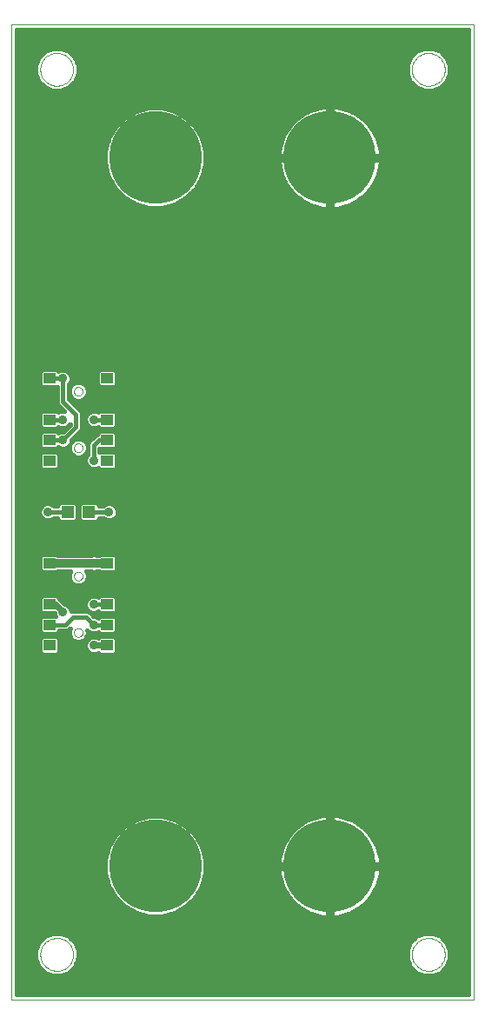
<source format=gtl>
G75*
G70*
%OFA0B0*%
%FSLAX24Y24*%
%IPPOS*%
%LPD*%
%AMOC8*
5,1,8,0,0,1.08239X$1,22.5*
%
%ADD10C,0.0000*%
%ADD11R,0.0453X0.0394*%
%ADD12R,0.0472X0.0472*%
%ADD13C,0.3543*%
%ADD14C,0.0160*%
%ADD15C,0.0240*%
%ADD16C,0.0356*%
%ADD17C,0.0320*%
D10*
X000367Y000100D02*
X000367Y037502D01*
X018084Y037502D01*
X018084Y000100D01*
X000367Y000100D01*
X001470Y001832D02*
X001472Y001882D01*
X001478Y001932D01*
X001488Y001981D01*
X001502Y002029D01*
X001519Y002076D01*
X001540Y002121D01*
X001565Y002165D01*
X001593Y002206D01*
X001625Y002245D01*
X001659Y002282D01*
X001696Y002316D01*
X001736Y002346D01*
X001778Y002373D01*
X001822Y002397D01*
X001868Y002418D01*
X001915Y002434D01*
X001963Y002447D01*
X002013Y002456D01*
X002062Y002461D01*
X002113Y002462D01*
X002163Y002459D01*
X002212Y002452D01*
X002261Y002441D01*
X002309Y002426D01*
X002355Y002408D01*
X002400Y002386D01*
X002443Y002360D01*
X002484Y002331D01*
X002523Y002299D01*
X002559Y002264D01*
X002591Y002226D01*
X002621Y002186D01*
X002648Y002143D01*
X002671Y002099D01*
X002690Y002053D01*
X002706Y002005D01*
X002718Y001956D01*
X002726Y001907D01*
X002730Y001857D01*
X002730Y001807D01*
X002726Y001757D01*
X002718Y001708D01*
X002706Y001659D01*
X002690Y001611D01*
X002671Y001565D01*
X002648Y001521D01*
X002621Y001478D01*
X002591Y001438D01*
X002559Y001400D01*
X002523Y001365D01*
X002484Y001333D01*
X002443Y001304D01*
X002400Y001278D01*
X002355Y001256D01*
X002309Y001238D01*
X002261Y001223D01*
X002212Y001212D01*
X002163Y001205D01*
X002113Y001202D01*
X002062Y001203D01*
X002013Y001208D01*
X001963Y001217D01*
X001915Y001230D01*
X001868Y001246D01*
X001822Y001267D01*
X001778Y001291D01*
X001736Y001318D01*
X001696Y001348D01*
X001659Y001382D01*
X001625Y001419D01*
X001593Y001458D01*
X001565Y001499D01*
X001540Y001543D01*
X001519Y001588D01*
X001502Y001635D01*
X001488Y001683D01*
X001478Y001732D01*
X001472Y001782D01*
X001470Y001832D01*
X002759Y014175D02*
X002761Y014200D01*
X002767Y014225D01*
X002776Y014249D01*
X002789Y014271D01*
X002806Y014291D01*
X002825Y014308D01*
X002846Y014322D01*
X002870Y014332D01*
X002894Y014339D01*
X002920Y014342D01*
X002945Y014341D01*
X002970Y014336D01*
X002994Y014327D01*
X003017Y014315D01*
X003037Y014300D01*
X003055Y014281D01*
X003070Y014260D01*
X003081Y014237D01*
X003089Y014213D01*
X003093Y014188D01*
X003093Y014162D01*
X003089Y014137D01*
X003081Y014113D01*
X003070Y014090D01*
X003055Y014069D01*
X003037Y014050D01*
X003017Y014035D01*
X002994Y014023D01*
X002970Y014014D01*
X002945Y014009D01*
X002920Y014008D01*
X002894Y014011D01*
X002870Y014018D01*
X002846Y014028D01*
X002825Y014042D01*
X002806Y014059D01*
X002789Y014079D01*
X002776Y014101D01*
X002767Y014125D01*
X002761Y014150D01*
X002759Y014175D01*
X002759Y016340D02*
X002761Y016365D01*
X002767Y016390D01*
X002776Y016414D01*
X002789Y016436D01*
X002806Y016456D01*
X002825Y016473D01*
X002846Y016487D01*
X002870Y016497D01*
X002894Y016504D01*
X002920Y016507D01*
X002945Y016506D01*
X002970Y016501D01*
X002994Y016492D01*
X003017Y016480D01*
X003037Y016465D01*
X003055Y016446D01*
X003070Y016425D01*
X003081Y016402D01*
X003089Y016378D01*
X003093Y016353D01*
X003093Y016327D01*
X003089Y016302D01*
X003081Y016278D01*
X003070Y016255D01*
X003055Y016234D01*
X003037Y016215D01*
X003017Y016200D01*
X002994Y016188D01*
X002970Y016179D01*
X002945Y016174D01*
X002920Y016173D01*
X002894Y016176D01*
X002870Y016183D01*
X002846Y016193D01*
X002825Y016207D01*
X002806Y016224D01*
X002789Y016244D01*
X002776Y016266D01*
X002767Y016290D01*
X002761Y016315D01*
X002759Y016340D01*
X002759Y021261D02*
X002761Y021286D01*
X002767Y021311D01*
X002776Y021335D01*
X002789Y021357D01*
X002806Y021377D01*
X002825Y021394D01*
X002846Y021408D01*
X002870Y021418D01*
X002894Y021425D01*
X002920Y021428D01*
X002945Y021427D01*
X002970Y021422D01*
X002994Y021413D01*
X003017Y021401D01*
X003037Y021386D01*
X003055Y021367D01*
X003070Y021346D01*
X003081Y021323D01*
X003089Y021299D01*
X003093Y021274D01*
X003093Y021248D01*
X003089Y021223D01*
X003081Y021199D01*
X003070Y021176D01*
X003055Y021155D01*
X003037Y021136D01*
X003017Y021121D01*
X002994Y021109D01*
X002970Y021100D01*
X002945Y021095D01*
X002920Y021094D01*
X002894Y021097D01*
X002870Y021104D01*
X002846Y021114D01*
X002825Y021128D01*
X002806Y021145D01*
X002789Y021165D01*
X002776Y021187D01*
X002767Y021211D01*
X002761Y021236D01*
X002759Y021261D01*
X002759Y023427D02*
X002761Y023452D01*
X002767Y023477D01*
X002776Y023501D01*
X002789Y023523D01*
X002806Y023543D01*
X002825Y023560D01*
X002846Y023574D01*
X002870Y023584D01*
X002894Y023591D01*
X002920Y023594D01*
X002945Y023593D01*
X002970Y023588D01*
X002994Y023579D01*
X003017Y023567D01*
X003037Y023552D01*
X003055Y023533D01*
X003070Y023512D01*
X003081Y023489D01*
X003089Y023465D01*
X003093Y023440D01*
X003093Y023414D01*
X003089Y023389D01*
X003081Y023365D01*
X003070Y023342D01*
X003055Y023321D01*
X003037Y023302D01*
X003017Y023287D01*
X002994Y023275D01*
X002970Y023266D01*
X002945Y023261D01*
X002920Y023260D01*
X002894Y023263D01*
X002870Y023270D01*
X002846Y023280D01*
X002825Y023294D01*
X002806Y023311D01*
X002789Y023331D01*
X002776Y023353D01*
X002767Y023377D01*
X002761Y023402D01*
X002759Y023427D01*
X001470Y035769D02*
X001472Y035819D01*
X001478Y035869D01*
X001488Y035918D01*
X001502Y035966D01*
X001519Y036013D01*
X001540Y036058D01*
X001565Y036102D01*
X001593Y036143D01*
X001625Y036182D01*
X001659Y036219D01*
X001696Y036253D01*
X001736Y036283D01*
X001778Y036310D01*
X001822Y036334D01*
X001868Y036355D01*
X001915Y036371D01*
X001963Y036384D01*
X002013Y036393D01*
X002062Y036398D01*
X002113Y036399D01*
X002163Y036396D01*
X002212Y036389D01*
X002261Y036378D01*
X002309Y036363D01*
X002355Y036345D01*
X002400Y036323D01*
X002443Y036297D01*
X002484Y036268D01*
X002523Y036236D01*
X002559Y036201D01*
X002591Y036163D01*
X002621Y036123D01*
X002648Y036080D01*
X002671Y036036D01*
X002690Y035990D01*
X002706Y035942D01*
X002718Y035893D01*
X002726Y035844D01*
X002730Y035794D01*
X002730Y035744D01*
X002726Y035694D01*
X002718Y035645D01*
X002706Y035596D01*
X002690Y035548D01*
X002671Y035502D01*
X002648Y035458D01*
X002621Y035415D01*
X002591Y035375D01*
X002559Y035337D01*
X002523Y035302D01*
X002484Y035270D01*
X002443Y035241D01*
X002400Y035215D01*
X002355Y035193D01*
X002309Y035175D01*
X002261Y035160D01*
X002212Y035149D01*
X002163Y035142D01*
X002113Y035139D01*
X002062Y035140D01*
X002013Y035145D01*
X001963Y035154D01*
X001915Y035167D01*
X001868Y035183D01*
X001822Y035204D01*
X001778Y035228D01*
X001736Y035255D01*
X001696Y035285D01*
X001659Y035319D01*
X001625Y035356D01*
X001593Y035395D01*
X001565Y035436D01*
X001540Y035480D01*
X001519Y035525D01*
X001502Y035572D01*
X001488Y035620D01*
X001478Y035669D01*
X001472Y035719D01*
X001470Y035769D01*
X015722Y035769D02*
X015724Y035819D01*
X015730Y035869D01*
X015740Y035918D01*
X015754Y035966D01*
X015771Y036013D01*
X015792Y036058D01*
X015817Y036102D01*
X015845Y036143D01*
X015877Y036182D01*
X015911Y036219D01*
X015948Y036253D01*
X015988Y036283D01*
X016030Y036310D01*
X016074Y036334D01*
X016120Y036355D01*
X016167Y036371D01*
X016215Y036384D01*
X016265Y036393D01*
X016314Y036398D01*
X016365Y036399D01*
X016415Y036396D01*
X016464Y036389D01*
X016513Y036378D01*
X016561Y036363D01*
X016607Y036345D01*
X016652Y036323D01*
X016695Y036297D01*
X016736Y036268D01*
X016775Y036236D01*
X016811Y036201D01*
X016843Y036163D01*
X016873Y036123D01*
X016900Y036080D01*
X016923Y036036D01*
X016942Y035990D01*
X016958Y035942D01*
X016970Y035893D01*
X016978Y035844D01*
X016982Y035794D01*
X016982Y035744D01*
X016978Y035694D01*
X016970Y035645D01*
X016958Y035596D01*
X016942Y035548D01*
X016923Y035502D01*
X016900Y035458D01*
X016873Y035415D01*
X016843Y035375D01*
X016811Y035337D01*
X016775Y035302D01*
X016736Y035270D01*
X016695Y035241D01*
X016652Y035215D01*
X016607Y035193D01*
X016561Y035175D01*
X016513Y035160D01*
X016464Y035149D01*
X016415Y035142D01*
X016365Y035139D01*
X016314Y035140D01*
X016265Y035145D01*
X016215Y035154D01*
X016167Y035167D01*
X016120Y035183D01*
X016074Y035204D01*
X016030Y035228D01*
X015988Y035255D01*
X015948Y035285D01*
X015911Y035319D01*
X015877Y035356D01*
X015845Y035395D01*
X015817Y035436D01*
X015792Y035480D01*
X015771Y035525D01*
X015754Y035572D01*
X015740Y035620D01*
X015730Y035669D01*
X015724Y035719D01*
X015722Y035769D01*
X015722Y001832D02*
X015724Y001882D01*
X015730Y001932D01*
X015740Y001981D01*
X015754Y002029D01*
X015771Y002076D01*
X015792Y002121D01*
X015817Y002165D01*
X015845Y002206D01*
X015877Y002245D01*
X015911Y002282D01*
X015948Y002316D01*
X015988Y002346D01*
X016030Y002373D01*
X016074Y002397D01*
X016120Y002418D01*
X016167Y002434D01*
X016215Y002447D01*
X016265Y002456D01*
X016314Y002461D01*
X016365Y002462D01*
X016415Y002459D01*
X016464Y002452D01*
X016513Y002441D01*
X016561Y002426D01*
X016607Y002408D01*
X016652Y002386D01*
X016695Y002360D01*
X016736Y002331D01*
X016775Y002299D01*
X016811Y002264D01*
X016843Y002226D01*
X016873Y002186D01*
X016900Y002143D01*
X016923Y002099D01*
X016942Y002053D01*
X016958Y002005D01*
X016970Y001956D01*
X016978Y001907D01*
X016982Y001857D01*
X016982Y001807D01*
X016978Y001757D01*
X016970Y001708D01*
X016958Y001659D01*
X016942Y001611D01*
X016923Y001565D01*
X016900Y001521D01*
X016873Y001478D01*
X016843Y001438D01*
X016811Y001400D01*
X016775Y001365D01*
X016736Y001333D01*
X016695Y001304D01*
X016652Y001278D01*
X016607Y001256D01*
X016561Y001238D01*
X016513Y001223D01*
X016464Y001212D01*
X016415Y001205D01*
X016365Y001202D01*
X016314Y001203D01*
X016265Y001208D01*
X016215Y001217D01*
X016167Y001230D01*
X016120Y001246D01*
X016074Y001267D01*
X016030Y001291D01*
X015988Y001318D01*
X015948Y001348D01*
X015911Y001382D01*
X015877Y001419D01*
X015845Y001458D01*
X015817Y001499D01*
X015792Y001543D01*
X015771Y001588D01*
X015754Y001635D01*
X015740Y001683D01*
X015730Y001732D01*
X015724Y001782D01*
X015722Y001832D01*
D11*
X004039Y013683D03*
X004039Y014470D03*
X004039Y015257D03*
X004039Y016832D03*
X004039Y020769D03*
X004039Y021557D03*
X004039Y022344D03*
X004039Y023919D03*
X001814Y023919D03*
X001814Y022344D03*
X001814Y021557D03*
X001814Y020769D03*
X001814Y016832D03*
X001814Y015257D03*
X001814Y014470D03*
X001814Y013683D03*
D12*
X002513Y018801D03*
X003340Y018801D03*
D13*
X005879Y032383D03*
X012572Y032383D03*
X012572Y005218D03*
X005879Y005218D03*
D14*
X005296Y003395D02*
X000564Y003395D01*
X000564Y003237D02*
X017887Y003237D01*
X017887Y003395D02*
X013270Y003395D01*
X013320Y003413D02*
X013159Y003355D01*
X012995Y003311D01*
X012827Y003281D01*
X012657Y003266D01*
X012652Y003266D01*
X012652Y005138D01*
X012492Y005138D01*
X012492Y003266D01*
X012487Y003266D01*
X012317Y003281D01*
X012149Y003311D01*
X011985Y003355D01*
X011824Y003413D01*
X011670Y003485D01*
X011522Y003571D01*
X011383Y003668D01*
X011252Y003778D01*
X011132Y003898D01*
X011022Y004029D01*
X010924Y004168D01*
X010839Y004316D01*
X010767Y004471D01*
X010709Y004631D01*
X010665Y004795D01*
X010635Y004963D01*
X010620Y005133D01*
X010620Y005138D01*
X012492Y005138D01*
X012492Y005298D01*
X010620Y005298D01*
X010620Y005303D01*
X010635Y005473D01*
X010665Y005641D01*
X010709Y005806D01*
X010767Y005966D01*
X010839Y006120D01*
X010924Y006268D01*
X011022Y006407D01*
X007394Y006407D01*
X007409Y006392D02*
X007053Y006748D01*
X006617Y006999D01*
X006131Y007130D01*
X005627Y007130D01*
X005141Y006999D01*
X004705Y006748D01*
X004349Y006392D01*
X004098Y005956D01*
X003967Y005470D01*
X003967Y004966D01*
X004098Y004480D01*
X004349Y004044D01*
X004705Y003688D01*
X005141Y003437D01*
X005627Y003306D01*
X006131Y003306D01*
X006617Y003437D01*
X007053Y003688D01*
X007409Y004044D01*
X007660Y004480D01*
X007791Y004966D01*
X007791Y005470D01*
X007660Y005956D01*
X007409Y006392D01*
X007492Y006248D02*
X010913Y006248D01*
X010825Y006090D02*
X007583Y006090D01*
X007667Y005931D02*
X010755Y005931D01*
X010700Y005773D02*
X007710Y005773D01*
X007752Y005614D02*
X010660Y005614D01*
X010634Y005456D02*
X007791Y005456D01*
X007791Y005297D02*
X012492Y005297D01*
X012492Y005298D02*
X012492Y007170D01*
X012487Y007170D01*
X012317Y007155D01*
X012149Y007125D01*
X011985Y007081D01*
X011824Y007023D01*
X011670Y006951D01*
X011522Y006866D01*
X011383Y006768D01*
X011252Y006658D01*
X011132Y006538D01*
X011022Y006407D01*
X011159Y006565D02*
X007235Y006565D01*
X007077Y006724D02*
X011330Y006724D01*
X011551Y006882D02*
X006820Y006882D01*
X006463Y007041D02*
X011873Y007041D01*
X012492Y007041D02*
X012652Y007041D01*
X012657Y007170D02*
X012652Y007170D01*
X012652Y005298D01*
X014524Y005298D01*
X014524Y005303D01*
X014509Y005473D01*
X014479Y005641D01*
X014435Y005806D01*
X014377Y005966D01*
X014305Y006120D01*
X014220Y006268D01*
X014122Y006407D01*
X017887Y006407D01*
X017887Y006565D02*
X013985Y006565D01*
X014012Y006538D02*
X013892Y006658D01*
X013761Y006768D01*
X013622Y006866D01*
X013474Y006951D01*
X013320Y007023D01*
X013159Y007081D01*
X012995Y007125D01*
X012827Y007155D01*
X012657Y007170D01*
X012652Y006882D02*
X012492Y006882D01*
X012492Y006724D02*
X012652Y006724D01*
X012652Y006565D02*
X012492Y006565D01*
X012492Y006407D02*
X012652Y006407D01*
X012652Y006248D02*
X012492Y006248D01*
X012492Y006090D02*
X012652Y006090D01*
X012652Y005931D02*
X012492Y005931D01*
X012492Y005773D02*
X012652Y005773D01*
X012652Y005614D02*
X012492Y005614D01*
X012492Y005456D02*
X012652Y005456D01*
X012652Y005298D02*
X012492Y005298D01*
X012492Y005139D02*
X007791Y005139D01*
X007791Y004980D02*
X010634Y004980D01*
X010660Y004822D02*
X007752Y004822D01*
X007710Y004663D02*
X010700Y004663D01*
X010755Y004505D02*
X007667Y004505D01*
X007583Y004346D02*
X010825Y004346D01*
X010913Y004188D02*
X007492Y004188D01*
X007394Y004029D02*
X011022Y004029D01*
X011159Y003871D02*
X007235Y003871D01*
X007077Y003712D02*
X011330Y003712D01*
X011551Y003554D02*
X006820Y003554D01*
X006462Y003395D02*
X011874Y003395D01*
X012492Y003395D02*
X012652Y003395D01*
X012652Y003554D02*
X012492Y003554D01*
X012492Y003712D02*
X012652Y003712D01*
X012652Y003871D02*
X012492Y003871D01*
X012492Y004029D02*
X012652Y004029D01*
X012652Y004188D02*
X012492Y004188D01*
X012492Y004346D02*
X012652Y004346D01*
X012652Y004505D02*
X012492Y004505D01*
X012492Y004663D02*
X012652Y004663D01*
X012652Y004822D02*
X012492Y004822D01*
X012492Y004980D02*
X012652Y004980D01*
X012652Y005138D02*
X012652Y005298D01*
X012652Y005297D02*
X017887Y005297D01*
X017887Y005139D02*
X012652Y005139D01*
X012652Y005138D02*
X014524Y005138D01*
X014524Y005133D01*
X014509Y004963D01*
X014479Y004795D01*
X014435Y004631D01*
X014377Y004471D01*
X014305Y004316D01*
X014220Y004168D01*
X014122Y004029D01*
X014012Y003898D01*
X013892Y003778D01*
X013761Y003668D01*
X013622Y003571D01*
X013474Y003485D01*
X013320Y003413D01*
X013593Y003554D02*
X017887Y003554D01*
X017887Y003712D02*
X013814Y003712D01*
X013985Y003871D02*
X017887Y003871D01*
X017887Y004029D02*
X014122Y004029D01*
X014231Y004188D02*
X017887Y004188D01*
X017887Y004346D02*
X014319Y004346D01*
X014389Y004505D02*
X017887Y004505D01*
X017887Y004663D02*
X014444Y004663D01*
X014484Y004822D02*
X017887Y004822D01*
X017887Y004980D02*
X014510Y004980D01*
X014510Y005456D02*
X017887Y005456D01*
X017887Y005614D02*
X014484Y005614D01*
X014444Y005773D02*
X017887Y005773D01*
X017887Y005931D02*
X014389Y005931D01*
X014319Y006090D02*
X017887Y006090D01*
X017887Y006248D02*
X014231Y006248D01*
X014122Y006407D02*
X014012Y006538D01*
X013814Y006724D02*
X017887Y006724D01*
X017887Y006882D02*
X013593Y006882D01*
X013271Y007041D02*
X017887Y007041D01*
X017887Y007199D02*
X000564Y007199D01*
X000564Y007041D02*
X005295Y007041D01*
X004938Y006882D02*
X000564Y006882D01*
X000564Y006724D02*
X004681Y006724D01*
X004523Y006565D02*
X000564Y006565D01*
X000564Y006407D02*
X004364Y006407D01*
X004266Y006248D02*
X000564Y006248D01*
X000564Y006090D02*
X004175Y006090D01*
X004091Y005931D02*
X000564Y005931D01*
X000564Y005773D02*
X004049Y005773D01*
X004006Y005614D02*
X000564Y005614D01*
X000564Y005456D02*
X003967Y005456D01*
X003967Y005297D02*
X000564Y005297D01*
X000564Y005139D02*
X003967Y005139D01*
X003967Y004980D02*
X000564Y004980D01*
X000564Y004822D02*
X004006Y004822D01*
X004049Y004663D02*
X000564Y004663D01*
X000564Y004505D02*
X004091Y004505D01*
X004175Y004346D02*
X000564Y004346D01*
X000564Y004188D02*
X004267Y004188D01*
X004364Y004029D02*
X000564Y004029D01*
X000564Y003871D02*
X004523Y003871D01*
X004681Y003712D02*
X000564Y003712D01*
X000564Y003554D02*
X004939Y003554D01*
X002786Y002291D02*
X002910Y001993D01*
X002910Y001671D01*
X002786Y001373D01*
X002558Y001146D01*
X002261Y001022D01*
X001938Y001022D01*
X001641Y001146D01*
X001413Y001373D01*
X001290Y001671D01*
X001290Y001993D01*
X001413Y002291D01*
X001641Y002519D01*
X001938Y002642D01*
X002261Y002642D01*
X002558Y002519D01*
X002786Y002291D01*
X002788Y002286D02*
X015663Y002286D01*
X015665Y002291D02*
X015542Y001993D01*
X015542Y001671D01*
X015665Y001373D01*
X015893Y001146D01*
X016190Y001022D01*
X016513Y001022D01*
X016810Y001146D01*
X017038Y001373D01*
X017161Y001671D01*
X017161Y001993D01*
X017038Y002291D01*
X016810Y002519D01*
X016513Y002642D01*
X016190Y002642D01*
X015893Y002519D01*
X015665Y002291D01*
X015597Y002127D02*
X002854Y002127D01*
X002910Y001969D02*
X015542Y001969D01*
X015542Y001810D02*
X002910Y001810D01*
X002901Y001652D02*
X015550Y001652D01*
X015615Y001493D02*
X002836Y001493D01*
X002747Y001335D02*
X015704Y001335D01*
X015862Y001176D02*
X002589Y001176D01*
X002633Y002444D02*
X015818Y002444D01*
X016095Y002603D02*
X002356Y002603D01*
X001843Y002603D02*
X000564Y002603D01*
X000564Y002761D02*
X017887Y002761D01*
X017887Y002603D02*
X016608Y002603D01*
X016885Y002444D02*
X017887Y002444D01*
X017887Y002286D02*
X017040Y002286D01*
X017106Y002127D02*
X017887Y002127D01*
X017887Y001969D02*
X017161Y001969D01*
X017161Y001810D02*
X017887Y001810D01*
X017887Y001652D02*
X017153Y001652D01*
X017088Y001493D02*
X017887Y001493D01*
X017887Y001335D02*
X016999Y001335D01*
X016841Y001176D02*
X017887Y001176D01*
X017887Y001018D02*
X000564Y001018D01*
X000564Y001176D02*
X001610Y001176D01*
X001452Y001335D02*
X000564Y001335D01*
X000564Y001493D02*
X001363Y001493D01*
X001298Y001652D02*
X000564Y001652D01*
X000564Y001810D02*
X001290Y001810D01*
X001290Y001969D02*
X000564Y001969D01*
X000564Y002127D02*
X001345Y002127D01*
X001411Y002286D02*
X000564Y002286D01*
X000564Y002444D02*
X001566Y002444D01*
X000564Y002920D02*
X017887Y002920D01*
X017887Y003078D02*
X000564Y003078D01*
X000564Y000859D02*
X017887Y000859D01*
X017887Y000701D02*
X000564Y000701D01*
X000564Y000542D02*
X017887Y000542D01*
X017887Y000384D02*
X000564Y000384D01*
X000564Y000297D02*
X000564Y037305D01*
X017887Y037305D01*
X017887Y000297D01*
X000564Y000297D01*
X000564Y007358D02*
X017887Y007358D01*
X017887Y007516D02*
X000564Y007516D01*
X000564Y007675D02*
X017887Y007675D01*
X017887Y007833D02*
X000564Y007833D01*
X000564Y007992D02*
X017887Y007992D01*
X017887Y008150D02*
X000564Y008150D01*
X000564Y008309D02*
X017887Y008309D01*
X017887Y008467D02*
X000564Y008467D01*
X000564Y008626D02*
X017887Y008626D01*
X017887Y008784D02*
X000564Y008784D01*
X000564Y008943D02*
X017887Y008943D01*
X017887Y009101D02*
X000564Y009101D01*
X000564Y009260D02*
X017887Y009260D01*
X017887Y009418D02*
X000564Y009418D01*
X000564Y009577D02*
X017887Y009577D01*
X017887Y009735D02*
X000564Y009735D01*
X000564Y009894D02*
X017887Y009894D01*
X017887Y010052D02*
X000564Y010052D01*
X000564Y010211D02*
X017887Y010211D01*
X017887Y010369D02*
X000564Y010369D01*
X000564Y010528D02*
X017887Y010528D01*
X017887Y010686D02*
X000564Y010686D01*
X000564Y010845D02*
X017887Y010845D01*
X017887Y011003D02*
X000564Y011003D01*
X000564Y011162D02*
X017887Y011162D01*
X017887Y011320D02*
X000564Y011320D01*
X000564Y011479D02*
X017887Y011479D01*
X017887Y011637D02*
X000564Y011637D01*
X000564Y011796D02*
X017887Y011796D01*
X017887Y011954D02*
X000564Y011954D01*
X000564Y012113D02*
X017887Y012113D01*
X017887Y012271D02*
X000564Y012271D01*
X000564Y012430D02*
X017887Y012430D01*
X017887Y012588D02*
X000564Y012588D01*
X000564Y012747D02*
X017887Y012747D01*
X017887Y012905D02*
X000564Y012905D01*
X000564Y013064D02*
X017887Y013064D01*
X017887Y013222D02*
X000564Y013222D01*
X000564Y013381D02*
X001495Y013381D01*
X001530Y013346D02*
X002099Y013346D01*
X002181Y013428D01*
X002181Y013938D01*
X002099Y014020D01*
X001530Y014020D01*
X001448Y013938D01*
X001448Y013428D01*
X001530Y013346D01*
X001448Y013539D02*
X000564Y013539D01*
X000564Y013698D02*
X001448Y013698D01*
X001448Y013856D02*
X000564Y013856D01*
X000564Y014015D02*
X001525Y014015D01*
X001530Y014133D02*
X002099Y014133D01*
X002181Y014215D01*
X002181Y014250D01*
X002525Y014250D01*
X002621Y014346D01*
X002579Y014244D01*
X002579Y014106D01*
X002632Y013978D01*
X002730Y013880D01*
X002857Y013827D01*
X002995Y013827D01*
X003123Y013880D01*
X003221Y013978D01*
X003274Y014106D01*
X003274Y014244D01*
X003260Y014277D01*
X003337Y014200D01*
X003454Y014152D01*
X003580Y014152D01*
X003690Y014197D01*
X003754Y014133D01*
X004323Y014133D01*
X004405Y014215D01*
X004405Y014725D01*
X004323Y014807D01*
X003754Y014807D01*
X003690Y014743D01*
X003580Y014788D01*
X003510Y014788D01*
X003313Y014985D01*
X002654Y014985D01*
X002654Y015025D01*
X002605Y015142D01*
X002516Y015232D01*
X002399Y015280D01*
X002385Y015280D01*
X002188Y015478D01*
X002181Y015481D01*
X002181Y015512D01*
X002099Y015594D01*
X001530Y015594D01*
X001448Y015512D01*
X001448Y015003D01*
X001530Y014921D01*
X002010Y014921D01*
X002018Y014913D01*
X002018Y014899D01*
X002056Y014807D01*
X001530Y014807D01*
X001448Y014725D01*
X001448Y014215D01*
X001530Y014133D01*
X001490Y014173D02*
X000564Y014173D01*
X000564Y014332D02*
X001448Y014332D01*
X001448Y014490D02*
X000564Y014490D01*
X000564Y014649D02*
X001448Y014649D01*
X001485Y014966D02*
X000564Y014966D01*
X000564Y015124D02*
X001448Y015124D01*
X001448Y015283D02*
X000564Y015283D01*
X000564Y015441D02*
X001448Y015441D01*
X001530Y016495D02*
X002099Y016495D01*
X002135Y016532D01*
X002630Y016532D01*
X002579Y016409D01*
X002579Y016271D01*
X002632Y016143D01*
X002730Y016046D01*
X002857Y015993D01*
X002995Y015993D01*
X003123Y016046D01*
X003221Y016143D01*
X003274Y016271D01*
X003274Y016409D01*
X003223Y016532D01*
X003410Y016532D01*
X003454Y016514D01*
X003580Y016514D01*
X003624Y016532D01*
X003717Y016532D01*
X003754Y016495D01*
X004323Y016495D01*
X004405Y016577D01*
X004405Y017087D01*
X004323Y017169D01*
X003754Y017169D01*
X003717Y017132D01*
X003624Y017132D01*
X003580Y017150D01*
X003454Y017150D01*
X003410Y017132D01*
X002135Y017132D01*
X002099Y017169D01*
X001530Y017169D01*
X001448Y017087D01*
X001448Y016577D01*
X001530Y016495D01*
X001474Y016551D02*
X000564Y016551D01*
X000564Y016709D02*
X001448Y016709D01*
X001448Y016868D02*
X000564Y016868D01*
X000564Y017026D02*
X001448Y017026D01*
X000564Y017185D02*
X017887Y017185D01*
X017887Y017343D02*
X000564Y017343D01*
X000564Y017502D02*
X017887Y017502D01*
X017887Y017660D02*
X000564Y017660D01*
X000564Y017819D02*
X017887Y017819D01*
X017887Y017977D02*
X000564Y017977D01*
X000564Y018136D02*
X017887Y018136D01*
X017887Y018294D02*
X000564Y018294D01*
X000564Y018453D02*
X002191Y018453D01*
X002219Y018425D02*
X002807Y018425D01*
X002889Y018507D01*
X002889Y019095D01*
X002807Y019177D01*
X002219Y019177D01*
X002137Y019095D01*
X002137Y019021D01*
X001975Y019021D01*
X001925Y019070D01*
X001809Y019119D01*
X001682Y019119D01*
X001565Y019070D01*
X001476Y018981D01*
X001427Y018864D01*
X001427Y018738D01*
X001476Y018621D01*
X001565Y018531D01*
X001682Y018483D01*
X001809Y018483D01*
X001925Y018531D01*
X001975Y018581D01*
X002137Y018581D01*
X002137Y018507D01*
X002219Y018425D01*
X002513Y018801D02*
X001745Y018801D01*
X001604Y019087D02*
X000564Y019087D01*
X000564Y019245D02*
X017887Y019245D01*
X017887Y019087D02*
X004248Y019087D01*
X004288Y019070D02*
X004171Y019119D01*
X004044Y019119D01*
X003927Y019070D01*
X003878Y019021D01*
X003716Y019021D01*
X003716Y019095D01*
X003634Y019177D01*
X003046Y019177D01*
X002964Y019095D01*
X002964Y018507D01*
X003046Y018425D01*
X003634Y018425D01*
X003716Y018507D01*
X003716Y018581D01*
X003878Y018581D01*
X003927Y018531D01*
X004044Y018483D01*
X004171Y018483D01*
X004288Y018531D01*
X004377Y018621D01*
X004426Y018738D01*
X004426Y018864D01*
X004377Y018981D01*
X004288Y019070D01*
X004399Y018928D02*
X017887Y018928D01*
X017887Y018770D02*
X004426Y018770D01*
X004368Y018611D02*
X017887Y018611D01*
X017887Y018453D02*
X003662Y018453D01*
X003716Y019087D02*
X003967Y019087D01*
X004107Y018801D02*
X003340Y018801D01*
X002964Y018770D02*
X002889Y018770D01*
X002889Y018928D02*
X002964Y018928D01*
X002964Y019087D02*
X002889Y019087D01*
X002889Y018611D02*
X002964Y018611D01*
X003017Y018453D02*
X002835Y018453D01*
X002137Y019087D02*
X001886Y019087D01*
X001485Y018611D02*
X000564Y018611D01*
X000564Y018770D02*
X001427Y018770D01*
X001454Y018928D02*
X000564Y018928D01*
X000564Y019404D02*
X017887Y019404D01*
X017887Y019562D02*
X000564Y019562D01*
X000564Y019721D02*
X017887Y019721D01*
X017887Y019879D02*
X000564Y019879D01*
X000564Y020038D02*
X017887Y020038D01*
X017887Y020196D02*
X000564Y020196D01*
X000564Y020355D02*
X017887Y020355D01*
X017887Y020513D02*
X004404Y020513D01*
X004405Y020514D02*
X004405Y021024D01*
X004323Y021106D01*
X003754Y021106D01*
X003737Y021089D01*
X003737Y021237D01*
X003754Y021220D01*
X004323Y021220D01*
X004405Y021302D01*
X004405Y021812D01*
X004323Y021894D01*
X003754Y021894D01*
X003672Y021812D01*
X003672Y021777D01*
X003623Y021777D01*
X003297Y021451D01*
X003297Y020999D01*
X003247Y020949D01*
X003199Y020833D01*
X003199Y020706D01*
X003247Y020589D01*
X003337Y020500D01*
X003454Y020451D01*
X003580Y020451D01*
X003690Y020497D01*
X003754Y020432D01*
X004323Y020432D01*
X004405Y020514D01*
X004405Y020672D02*
X017887Y020672D01*
X017887Y020830D02*
X004405Y020830D01*
X004405Y020989D02*
X017887Y020989D01*
X017887Y021147D02*
X003737Y021147D01*
X003517Y021360D02*
X003517Y020769D01*
X003287Y020989D02*
X003145Y020989D01*
X003123Y020967D02*
X003221Y021065D01*
X003274Y021192D01*
X003274Y021331D01*
X003221Y021458D01*
X003123Y021556D01*
X002995Y021609D01*
X002857Y021609D01*
X002730Y021556D01*
X002645Y021471D01*
X002654Y021493D01*
X002654Y021564D01*
X003048Y021958D01*
X003048Y022632D01*
X002556Y023124D01*
X002556Y023689D01*
X002605Y023739D01*
X002654Y023856D01*
X002654Y023982D01*
X002605Y024099D01*
X002516Y024189D01*
X002399Y024237D01*
X002273Y024237D01*
X002163Y024192D01*
X002099Y024256D01*
X001530Y024256D01*
X001448Y024174D01*
X001448Y023664D01*
X001530Y023582D01*
X002099Y023582D01*
X002116Y023599D01*
X002116Y022942D01*
X002245Y022813D01*
X002396Y022662D01*
X002273Y022662D01*
X002163Y022617D01*
X002099Y022681D01*
X001530Y022681D01*
X001448Y022599D01*
X001448Y022089D01*
X001530Y022007D01*
X002099Y022007D01*
X002163Y022071D01*
X002273Y022026D01*
X002399Y022026D01*
X002516Y022074D01*
X002605Y022164D01*
X002608Y022170D01*
X002608Y022140D01*
X002343Y021875D01*
X002273Y021875D01*
X002163Y021829D01*
X002099Y021894D01*
X001530Y021894D01*
X001448Y021812D01*
X001448Y021302D01*
X001530Y021220D01*
X002099Y021220D01*
X002163Y021284D01*
X002273Y021239D01*
X002399Y021239D01*
X002516Y021287D01*
X002593Y021364D01*
X002579Y021331D01*
X002579Y021192D01*
X002632Y021065D01*
X002730Y020967D01*
X002857Y020914D01*
X002995Y020914D01*
X003123Y020967D01*
X003199Y020830D02*
X002181Y020830D01*
X002181Y020672D02*
X003213Y020672D01*
X003323Y020513D02*
X002179Y020513D01*
X002181Y020514D02*
X002181Y021024D01*
X002099Y021106D01*
X001530Y021106D01*
X001448Y021024D01*
X001448Y020514D01*
X001530Y020432D01*
X002099Y020432D01*
X002181Y020514D01*
X002181Y020989D02*
X002708Y020989D01*
X002598Y021147D02*
X000564Y021147D01*
X000564Y020989D02*
X001448Y020989D01*
X001448Y020830D02*
X000564Y020830D01*
X000564Y020672D02*
X001448Y020672D01*
X001449Y020513D02*
X000564Y020513D01*
X000564Y021306D02*
X001448Y021306D01*
X001448Y021464D02*
X000564Y021464D01*
X000564Y021623D02*
X001448Y021623D01*
X001448Y021781D02*
X000564Y021781D01*
X000564Y021940D02*
X002408Y021940D01*
X002540Y022098D02*
X002566Y022098D01*
X002828Y022049D02*
X002828Y022541D01*
X002336Y023033D01*
X002336Y023919D01*
X001814Y023919D01*
X001448Y023842D02*
X000564Y023842D01*
X000564Y024000D02*
X001448Y024000D01*
X001448Y024159D02*
X000564Y024159D01*
X000564Y024317D02*
X017887Y024317D01*
X017887Y024159D02*
X004405Y024159D01*
X004405Y024174D02*
X004323Y024256D01*
X003754Y024256D01*
X003672Y024174D01*
X003672Y023664D01*
X003754Y023582D01*
X004323Y023582D01*
X004405Y023664D01*
X004405Y024174D01*
X004405Y024000D02*
X017887Y024000D01*
X017887Y023842D02*
X004405Y023842D01*
X004405Y023683D02*
X017887Y023683D01*
X017887Y023525D02*
X003262Y023525D01*
X003274Y023496D02*
X003221Y023624D01*
X003123Y023721D01*
X002995Y023774D01*
X002857Y023774D01*
X002730Y023721D01*
X002632Y023624D01*
X002579Y023496D01*
X002579Y023358D01*
X002632Y023230D01*
X002730Y023132D01*
X002857Y023079D01*
X002995Y023079D01*
X003123Y023132D01*
X003221Y023230D01*
X003274Y023358D01*
X003274Y023496D01*
X003274Y023366D02*
X017887Y023366D01*
X017887Y023208D02*
X003199Y023208D01*
X003161Y023683D02*
X003672Y023683D01*
X003672Y023842D02*
X002648Y023842D01*
X002646Y024000D02*
X003672Y024000D01*
X003672Y024159D02*
X002546Y024159D01*
X002556Y023683D02*
X002692Y023683D01*
X002591Y023525D02*
X002556Y023525D01*
X002556Y023366D02*
X002579Y023366D01*
X002556Y023208D02*
X002654Y023208D01*
X002631Y023049D02*
X017887Y023049D01*
X017887Y022891D02*
X002789Y022891D01*
X002948Y022732D02*
X017887Y022732D01*
X017887Y022574D02*
X004405Y022574D01*
X004405Y022599D02*
X004323Y022681D01*
X003754Y022681D01*
X003690Y022617D01*
X003580Y022662D01*
X003454Y022662D01*
X003337Y022614D01*
X003247Y022524D01*
X003199Y022407D01*
X003199Y022281D01*
X003247Y022164D01*
X003337Y022074D01*
X003454Y022026D01*
X003580Y022026D01*
X003690Y022071D01*
X003754Y022007D01*
X004323Y022007D01*
X004405Y022089D01*
X004405Y022599D01*
X004405Y022415D02*
X017887Y022415D01*
X017887Y022257D02*
X004405Y022257D01*
X004405Y022098D02*
X017887Y022098D01*
X017887Y021940D02*
X003030Y021940D01*
X003048Y022098D02*
X003313Y022098D01*
X003209Y022257D02*
X003048Y022257D01*
X003048Y022415D02*
X003202Y022415D01*
X003297Y022574D02*
X003048Y022574D01*
X002828Y022049D02*
X002336Y021557D01*
X001814Y021557D01*
X001448Y022098D02*
X000564Y022098D01*
X000564Y022257D02*
X001448Y022257D01*
X001448Y022415D02*
X000564Y022415D01*
X000564Y022574D02*
X001448Y022574D01*
X001814Y022344D02*
X002336Y022344D01*
X002325Y022732D02*
X000564Y022732D01*
X000564Y022891D02*
X002167Y022891D01*
X002116Y023049D02*
X000564Y023049D01*
X000564Y023208D02*
X002116Y023208D01*
X002116Y023366D02*
X000564Y023366D01*
X000564Y023525D02*
X002116Y023525D01*
X001448Y023683D02*
X000564Y023683D01*
X000564Y024476D02*
X017887Y024476D01*
X017887Y024634D02*
X000564Y024634D01*
X000564Y024793D02*
X017887Y024793D01*
X017887Y024951D02*
X000564Y024951D01*
X000564Y025110D02*
X017887Y025110D01*
X017887Y025268D02*
X000564Y025268D01*
X000564Y025427D02*
X017887Y025427D01*
X017887Y025585D02*
X000564Y025585D01*
X000564Y025744D02*
X017887Y025744D01*
X017887Y025902D02*
X000564Y025902D01*
X000564Y026061D02*
X017887Y026061D01*
X017887Y026219D02*
X000564Y026219D01*
X000564Y026378D02*
X017887Y026378D01*
X017887Y026536D02*
X000564Y026536D01*
X000564Y026695D02*
X017887Y026695D01*
X017887Y026853D02*
X000564Y026853D01*
X000564Y027012D02*
X017887Y027012D01*
X017887Y027170D02*
X000564Y027170D01*
X000564Y027329D02*
X017887Y027329D01*
X017887Y027487D02*
X000564Y027487D01*
X000564Y027646D02*
X017887Y027646D01*
X017887Y027804D02*
X000564Y027804D01*
X000564Y027963D02*
X017887Y027963D01*
X017887Y028121D02*
X000564Y028121D01*
X000564Y028280D02*
X017887Y028280D01*
X017887Y028438D02*
X000564Y028438D01*
X000564Y028597D02*
X017887Y028597D01*
X017887Y028755D02*
X000564Y028755D01*
X000564Y028914D02*
X017887Y028914D01*
X017887Y029072D02*
X000564Y029072D01*
X000564Y029231D02*
X017887Y029231D01*
X017887Y029389D02*
X000564Y029389D01*
X000564Y029548D02*
X017887Y029548D01*
X017887Y029706D02*
X000564Y029706D01*
X000564Y029865D02*
X017887Y029865D01*
X017887Y030023D02*
X000564Y030023D01*
X000564Y030182D02*
X017887Y030182D01*
X017887Y030340D02*
X000564Y030340D01*
X000564Y030499D02*
X005527Y030499D01*
X005627Y030472D02*
X006131Y030472D01*
X006617Y030602D01*
X007053Y030854D01*
X007409Y031210D01*
X007660Y031646D01*
X007791Y032132D01*
X007791Y032635D01*
X007660Y033121D01*
X007409Y033557D01*
X007053Y033913D01*
X006617Y034165D01*
X006131Y034295D01*
X005627Y034295D01*
X005141Y034165D01*
X004705Y033913D01*
X004349Y033557D01*
X004098Y033121D01*
X003967Y032635D01*
X003967Y032132D01*
X004098Y031646D01*
X004349Y031210D01*
X004705Y030854D01*
X005141Y030602D01*
X005627Y030472D01*
X005046Y030657D02*
X000564Y030657D01*
X000564Y030816D02*
X004771Y030816D01*
X004585Y030974D02*
X000564Y030974D01*
X000564Y031133D02*
X004426Y031133D01*
X004302Y031291D02*
X000564Y031291D01*
X000564Y031450D02*
X004211Y031450D01*
X004119Y031608D02*
X000564Y031608D01*
X000564Y031767D02*
X004065Y031767D01*
X004023Y031925D02*
X000564Y031925D01*
X000564Y032084D02*
X003980Y032084D01*
X003967Y032242D02*
X000564Y032242D01*
X000564Y032401D02*
X003967Y032401D01*
X003967Y032559D02*
X000564Y032559D01*
X000564Y032718D02*
X003990Y032718D01*
X004032Y032876D02*
X000564Y032876D01*
X000564Y033035D02*
X004075Y033035D01*
X004139Y033193D02*
X000564Y033193D01*
X000564Y033352D02*
X004231Y033352D01*
X004322Y033510D02*
X000564Y033510D01*
X000564Y033669D02*
X004461Y033669D01*
X004619Y033827D02*
X000564Y033827D01*
X000564Y033986D02*
X004831Y033986D01*
X005106Y034144D02*
X000564Y034144D01*
X000564Y034303D02*
X012218Y034303D01*
X012149Y034291D02*
X012317Y034320D01*
X012487Y034335D01*
X012492Y034335D01*
X012492Y032463D01*
X012492Y032303D01*
X012652Y032303D01*
X012652Y030432D01*
X012657Y030432D01*
X012827Y030447D01*
X012995Y030476D01*
X013159Y030520D01*
X013320Y030579D01*
X013474Y030651D01*
X013622Y030736D01*
X013761Y030834D01*
X013892Y030943D01*
X014012Y031064D01*
X014122Y031194D01*
X014220Y031334D01*
X014305Y031481D01*
X014377Y031636D01*
X014435Y031796D01*
X014479Y031961D01*
X014509Y032128D01*
X014524Y032298D01*
X014524Y032303D01*
X012652Y032303D01*
X012652Y032463D01*
X014524Y032463D01*
X014524Y032469D01*
X014509Y032638D01*
X014479Y032806D01*
X014435Y032971D01*
X014377Y033131D01*
X014305Y033285D01*
X014220Y033433D01*
X014122Y033573D01*
X014012Y033703D01*
X013892Y033824D01*
X013761Y033933D01*
X013622Y034031D01*
X013474Y034116D01*
X013320Y034188D01*
X013159Y034247D01*
X012995Y034291D01*
X012827Y034320D01*
X012657Y034335D01*
X012652Y034335D01*
X012652Y032463D01*
X012492Y032463D01*
X010620Y032463D01*
X010620Y032469D01*
X010635Y032638D01*
X010665Y032806D01*
X010709Y032971D01*
X010767Y033131D01*
X010839Y033285D01*
X010924Y033433D01*
X011022Y033573D01*
X011132Y033703D01*
X011252Y033824D01*
X011383Y033933D01*
X011522Y034031D01*
X011670Y034116D01*
X011824Y034188D01*
X011985Y034247D01*
X012149Y034291D01*
X012492Y034303D02*
X012652Y034303D01*
X012652Y034144D02*
X012492Y034144D01*
X012492Y033986D02*
X012652Y033986D01*
X012652Y033827D02*
X012492Y033827D01*
X012492Y033669D02*
X012652Y033669D01*
X012652Y033510D02*
X012492Y033510D01*
X012492Y033352D02*
X012652Y033352D01*
X012652Y033193D02*
X012492Y033193D01*
X012492Y033035D02*
X012652Y033035D01*
X012652Y032876D02*
X012492Y032876D01*
X012492Y032718D02*
X012652Y032718D01*
X012652Y032559D02*
X012492Y032559D01*
X012492Y032401D02*
X007791Y032401D01*
X007791Y032559D02*
X010628Y032559D01*
X010649Y032718D02*
X007769Y032718D01*
X007726Y032876D02*
X010684Y032876D01*
X010732Y033035D02*
X007684Y033035D01*
X007619Y033193D02*
X010796Y033193D01*
X010878Y033352D02*
X007527Y033352D01*
X007436Y033510D02*
X010979Y033510D01*
X011103Y033669D02*
X007297Y033669D01*
X007139Y033827D02*
X011256Y033827D01*
X011458Y033986D02*
X006927Y033986D01*
X006653Y034144D02*
X011730Y034144D01*
X012652Y032401D02*
X017887Y032401D01*
X017887Y032559D02*
X014516Y032559D01*
X014495Y032718D02*
X017887Y032718D01*
X017887Y032876D02*
X014460Y032876D01*
X014412Y033035D02*
X017887Y033035D01*
X017887Y033193D02*
X014348Y033193D01*
X014267Y033352D02*
X017887Y033352D01*
X017887Y033510D02*
X014166Y033510D01*
X014041Y033669D02*
X017887Y033669D01*
X017887Y033827D02*
X013888Y033827D01*
X013686Y033986D02*
X017887Y033986D01*
X017887Y034144D02*
X013414Y034144D01*
X012926Y034303D02*
X017887Y034303D01*
X017887Y034461D02*
X000564Y034461D01*
X000564Y034620D02*
X017887Y034620D01*
X017887Y034778D02*
X000564Y034778D01*
X000564Y034937D02*
X017887Y034937D01*
X017887Y035095D02*
X016823Y035095D01*
X016810Y035083D02*
X017038Y035311D01*
X017161Y035608D01*
X017161Y035930D01*
X017038Y036228D01*
X016810Y036456D01*
X016513Y036579D01*
X016190Y036579D01*
X015893Y036456D01*
X015665Y036228D01*
X015542Y035930D01*
X015542Y035608D01*
X015665Y035311D01*
X015893Y035083D01*
X016190Y034959D01*
X016513Y034959D01*
X016810Y035083D01*
X016981Y035254D02*
X017887Y035254D01*
X017887Y035412D02*
X017080Y035412D01*
X017146Y035571D02*
X017887Y035571D01*
X017887Y035729D02*
X017161Y035729D01*
X017161Y035888D02*
X017887Y035888D01*
X017887Y036046D02*
X017113Y036046D01*
X017048Y036205D02*
X017887Y036205D01*
X017887Y036363D02*
X016903Y036363D01*
X016651Y036522D02*
X017887Y036522D01*
X017887Y036680D02*
X000564Y036680D01*
X000564Y036522D02*
X001800Y036522D01*
X001938Y036579D02*
X001641Y036456D01*
X001413Y036228D01*
X001290Y035930D01*
X001290Y035608D01*
X001413Y035311D01*
X001641Y035083D01*
X001938Y034959D01*
X002261Y034959D01*
X002558Y035083D01*
X002786Y035311D01*
X002910Y035608D01*
X002910Y035930D01*
X002786Y036228D01*
X002558Y036456D01*
X002261Y036579D01*
X001938Y036579D01*
X001548Y036363D02*
X000564Y036363D01*
X000564Y036205D02*
X001403Y036205D01*
X001338Y036046D02*
X000564Y036046D01*
X000564Y035888D02*
X001290Y035888D01*
X001290Y035729D02*
X000564Y035729D01*
X000564Y035571D02*
X001305Y035571D01*
X001371Y035412D02*
X000564Y035412D01*
X000564Y035254D02*
X001470Y035254D01*
X001628Y035095D02*
X000564Y035095D01*
X000564Y036839D02*
X017887Y036839D01*
X017887Y036997D02*
X000564Y036997D01*
X000564Y037156D02*
X017887Y037156D01*
X016052Y036522D02*
X002399Y036522D01*
X002651Y036363D02*
X015800Y036363D01*
X015655Y036205D02*
X002796Y036205D01*
X002861Y036046D02*
X015590Y036046D01*
X015542Y035888D02*
X002910Y035888D01*
X002910Y035729D02*
X015542Y035729D01*
X015557Y035571D02*
X002894Y035571D01*
X002828Y035412D02*
X015623Y035412D01*
X015722Y035254D02*
X002730Y035254D01*
X002571Y035095D02*
X015880Y035095D01*
X014519Y032242D02*
X017887Y032242D01*
X017887Y032084D02*
X014501Y032084D01*
X014470Y031925D02*
X017887Y031925D01*
X017887Y031767D02*
X014424Y031767D01*
X014364Y031608D02*
X017887Y031608D01*
X017887Y031450D02*
X014287Y031450D01*
X014190Y031291D02*
X017887Y031291D01*
X017887Y031133D02*
X014070Y031133D01*
X013923Y030974D02*
X017887Y030974D01*
X017887Y030816D02*
X013736Y030816D01*
X013486Y030657D02*
X017887Y030657D01*
X017887Y030499D02*
X013079Y030499D01*
X012652Y030499D02*
X012492Y030499D01*
X012492Y030432D02*
X012492Y032303D01*
X010620Y032303D01*
X010620Y032298D01*
X010635Y032128D01*
X010665Y031961D01*
X010709Y031796D01*
X010767Y031636D01*
X010839Y031481D01*
X010924Y031334D01*
X011022Y031194D01*
X011132Y031064D01*
X011252Y030943D01*
X011383Y030834D01*
X011522Y030736D01*
X011670Y030651D01*
X011824Y030579D01*
X011985Y030520D01*
X012149Y030476D01*
X012317Y030447D01*
X012487Y030432D01*
X012492Y030432D01*
X012492Y030657D02*
X012652Y030657D01*
X012652Y030816D02*
X012492Y030816D01*
X012492Y030974D02*
X012652Y030974D01*
X012652Y031133D02*
X012492Y031133D01*
X012492Y031291D02*
X012652Y031291D01*
X012652Y031450D02*
X012492Y031450D01*
X012492Y031608D02*
X012652Y031608D01*
X012652Y031767D02*
X012492Y031767D01*
X012492Y031925D02*
X012652Y031925D01*
X012652Y032084D02*
X012492Y032084D01*
X012492Y032242D02*
X012652Y032242D01*
X012065Y030499D02*
X006232Y030499D01*
X006713Y030657D02*
X011659Y030657D01*
X011408Y030816D02*
X006987Y030816D01*
X007173Y030974D02*
X011221Y030974D01*
X011074Y031133D02*
X007332Y031133D01*
X007456Y031291D02*
X010954Y031291D01*
X010858Y031450D02*
X007547Y031450D01*
X007639Y031608D02*
X010780Y031608D01*
X010720Y031767D02*
X007693Y031767D01*
X007735Y031925D02*
X010674Y031925D01*
X010643Y032084D02*
X007778Y032084D01*
X007791Y032242D02*
X010625Y032242D01*
X004405Y021781D02*
X017887Y021781D01*
X017887Y021623D02*
X004405Y021623D01*
X004405Y021464D02*
X017887Y021464D01*
X017887Y021306D02*
X004405Y021306D01*
X004039Y021557D02*
X003714Y021557D01*
X003517Y021360D01*
X003297Y021306D02*
X003274Y021306D01*
X003255Y021147D02*
X003297Y021147D01*
X003310Y021464D02*
X003215Y021464D01*
X003469Y021623D02*
X002713Y021623D01*
X002872Y021781D02*
X003672Y021781D01*
X003517Y022344D02*
X004039Y022344D01*
X002579Y021306D02*
X002535Y021306D01*
X004405Y017026D02*
X017887Y017026D01*
X017887Y016868D02*
X004405Y016868D01*
X004405Y016709D02*
X017887Y016709D01*
X017887Y016551D02*
X004378Y016551D01*
X004039Y016832D02*
X003517Y016832D01*
X003274Y016392D02*
X017887Y016392D01*
X017887Y016234D02*
X003258Y016234D01*
X003153Y016075D02*
X017887Y016075D01*
X017887Y015917D02*
X000564Y015917D01*
X000564Y016075D02*
X002700Y016075D01*
X002594Y016234D02*
X000564Y016234D01*
X000564Y016392D02*
X002579Y016392D01*
X002224Y015441D02*
X003251Y015441D01*
X003247Y015438D02*
X003199Y015321D01*
X003199Y015194D01*
X003247Y015077D01*
X003337Y014988D01*
X003454Y014939D01*
X003580Y014939D01*
X003690Y014985D01*
X003754Y014921D01*
X004323Y014921D01*
X004405Y015003D01*
X004405Y015512D01*
X004323Y015594D01*
X003754Y015594D01*
X003690Y015530D01*
X003580Y015576D01*
X003454Y015576D01*
X003337Y015527D01*
X003247Y015438D01*
X003199Y015283D02*
X002383Y015283D01*
X002613Y015124D02*
X003228Y015124D01*
X003332Y014966D02*
X003390Y014966D01*
X003491Y014807D02*
X017887Y014807D01*
X017887Y014649D02*
X004405Y014649D01*
X004405Y014490D02*
X017887Y014490D01*
X017887Y014332D02*
X004405Y014332D01*
X004363Y014173D02*
X017887Y014173D01*
X017887Y014015D02*
X004328Y014015D01*
X004323Y014020D02*
X003754Y014020D01*
X003690Y013955D01*
X003580Y014001D01*
X003454Y014001D01*
X003337Y013952D01*
X003247Y013863D01*
X003199Y013746D01*
X003199Y013619D01*
X003247Y013502D01*
X003337Y013413D01*
X003454Y013365D01*
X003580Y013365D01*
X003690Y013410D01*
X003754Y013346D01*
X004323Y013346D01*
X004405Y013428D01*
X004405Y013938D01*
X004323Y014020D01*
X004405Y013856D02*
X017887Y013856D01*
X017887Y013698D02*
X004405Y013698D01*
X004405Y013539D02*
X017887Y013539D01*
X017887Y013381D02*
X004358Y013381D01*
X003719Y013381D02*
X003619Y013381D01*
X003415Y013381D02*
X002133Y013381D01*
X002181Y013539D02*
X003232Y013539D01*
X003199Y013698D02*
X002181Y013698D01*
X002181Y013856D02*
X002788Y013856D01*
X002617Y014015D02*
X002103Y014015D01*
X002139Y014173D02*
X002579Y014173D01*
X002607Y014332D02*
X002615Y014332D01*
X002434Y014470D02*
X002730Y014765D01*
X003222Y014765D01*
X003517Y014470D01*
X004039Y014470D01*
X003714Y014173D02*
X003632Y014173D01*
X003749Y014015D02*
X003236Y014015D01*
X003244Y013856D02*
X003065Y013856D01*
X003274Y014173D02*
X003402Y014173D01*
X003644Y014966D02*
X003709Y014966D01*
X003517Y015257D02*
X004039Y015257D01*
X004405Y015283D02*
X017887Y015283D01*
X017887Y015441D02*
X004405Y015441D01*
X004405Y015124D02*
X017887Y015124D01*
X017887Y014966D02*
X004368Y014966D01*
X002434Y014470D02*
X001814Y014470D01*
X002056Y014807D02*
X000564Y014807D01*
X000564Y015600D02*
X017887Y015600D01*
X017887Y015758D02*
X000564Y015758D01*
D15*
X001814Y015257D02*
X002041Y015257D01*
X002336Y014962D01*
X003517Y013683D02*
X004039Y013683D01*
D16*
X003517Y013683D03*
X003517Y014470D03*
X003517Y015257D03*
X003517Y016832D03*
X004107Y018801D03*
X003517Y020769D03*
X003517Y022344D03*
X002336Y022344D03*
X002336Y021557D03*
X002336Y023919D03*
X001745Y018801D03*
X002336Y014962D03*
D17*
X001814Y016832D02*
X004039Y016832D01*
M02*

</source>
